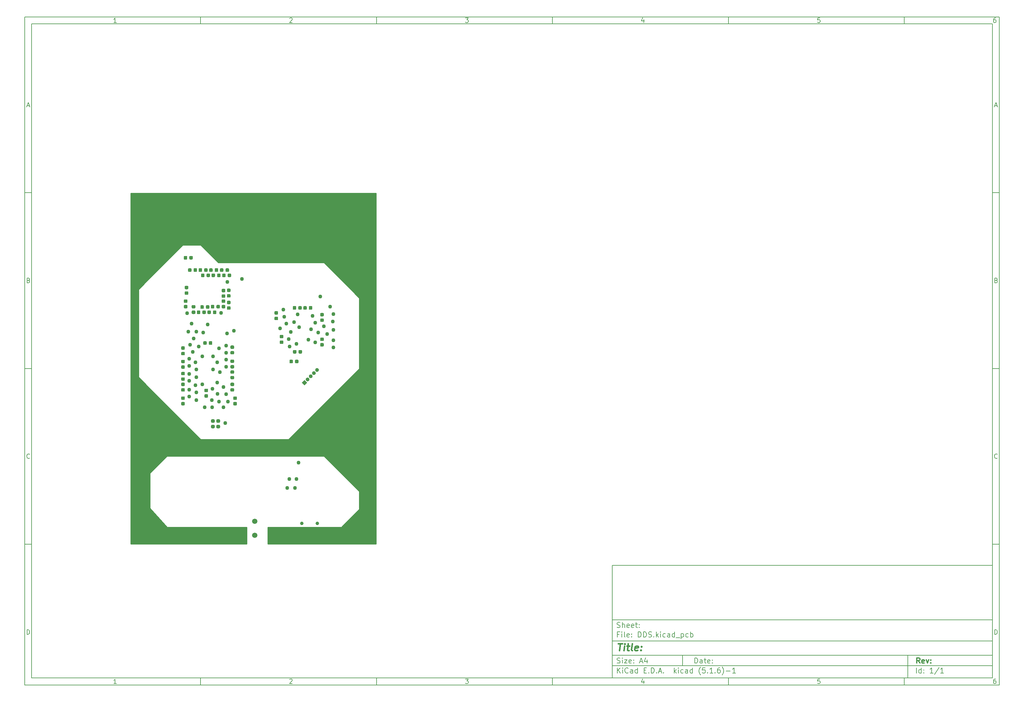
<source format=gbr>
%TF.GenerationSoftware,KiCad,Pcbnew,(5.1.6)-1*%
%TF.CreationDate,2020-10-26T13:42:29-06:00*%
%TF.ProjectId,DDS,4444532e-6b69-4636-9164-5f7063625858,rev?*%
%TF.SameCoordinates,Original*%
%TF.FileFunction,Soldermask,Bot*%
%TF.FilePolarity,Negative*%
%FSLAX46Y46*%
G04 Gerber Fmt 4.6, Leading zero omitted, Abs format (unit mm)*
G04 Created by KiCad (PCBNEW (5.1.6)-1) date 2020-10-26 13:42:29*
%MOMM*%
%LPD*%
G01*
G04 APERTURE LIST*
%ADD10C,0.100000*%
%ADD11C,0.150000*%
%ADD12C,0.300000*%
%ADD13C,0.400000*%
%ADD14C,3.300000*%
%ADD15R,1.450000X4.300000*%
%ADD16C,1.100000*%
%ADD17C,1.500000*%
%ADD18C,1.000000*%
%ADD19C,0.254000*%
G04 APERTURE END LIST*
D10*
D11*
X177002200Y-166007200D02*
X177002200Y-198007200D01*
X285002200Y-198007200D01*
X285002200Y-166007200D01*
X177002200Y-166007200D01*
D10*
D11*
X10000000Y-10000000D02*
X10000000Y-200007200D01*
X287002200Y-200007200D01*
X287002200Y-10000000D01*
X10000000Y-10000000D01*
D10*
D11*
X12000000Y-12000000D02*
X12000000Y-198007200D01*
X285002200Y-198007200D01*
X285002200Y-12000000D01*
X12000000Y-12000000D01*
D10*
D11*
X60000000Y-12000000D02*
X60000000Y-10000000D01*
D10*
D11*
X110000000Y-12000000D02*
X110000000Y-10000000D01*
D10*
D11*
X160000000Y-12000000D02*
X160000000Y-10000000D01*
D10*
D11*
X210000000Y-12000000D02*
X210000000Y-10000000D01*
D10*
D11*
X260000000Y-12000000D02*
X260000000Y-10000000D01*
D10*
D11*
X36065476Y-11588095D02*
X35322619Y-11588095D01*
X35694047Y-11588095D02*
X35694047Y-10288095D01*
X35570238Y-10473809D01*
X35446428Y-10597619D01*
X35322619Y-10659523D01*
D10*
D11*
X85322619Y-10411904D02*
X85384523Y-10350000D01*
X85508333Y-10288095D01*
X85817857Y-10288095D01*
X85941666Y-10350000D01*
X86003571Y-10411904D01*
X86065476Y-10535714D01*
X86065476Y-10659523D01*
X86003571Y-10845238D01*
X85260714Y-11588095D01*
X86065476Y-11588095D01*
D10*
D11*
X135260714Y-10288095D02*
X136065476Y-10288095D01*
X135632142Y-10783333D01*
X135817857Y-10783333D01*
X135941666Y-10845238D01*
X136003571Y-10907142D01*
X136065476Y-11030952D01*
X136065476Y-11340476D01*
X136003571Y-11464285D01*
X135941666Y-11526190D01*
X135817857Y-11588095D01*
X135446428Y-11588095D01*
X135322619Y-11526190D01*
X135260714Y-11464285D01*
D10*
D11*
X185941666Y-10721428D02*
X185941666Y-11588095D01*
X185632142Y-10226190D02*
X185322619Y-11154761D01*
X186127380Y-11154761D01*
D10*
D11*
X236003571Y-10288095D02*
X235384523Y-10288095D01*
X235322619Y-10907142D01*
X235384523Y-10845238D01*
X235508333Y-10783333D01*
X235817857Y-10783333D01*
X235941666Y-10845238D01*
X236003571Y-10907142D01*
X236065476Y-11030952D01*
X236065476Y-11340476D01*
X236003571Y-11464285D01*
X235941666Y-11526190D01*
X235817857Y-11588095D01*
X235508333Y-11588095D01*
X235384523Y-11526190D01*
X235322619Y-11464285D01*
D10*
D11*
X285941666Y-10288095D02*
X285694047Y-10288095D01*
X285570238Y-10350000D01*
X285508333Y-10411904D01*
X285384523Y-10597619D01*
X285322619Y-10845238D01*
X285322619Y-11340476D01*
X285384523Y-11464285D01*
X285446428Y-11526190D01*
X285570238Y-11588095D01*
X285817857Y-11588095D01*
X285941666Y-11526190D01*
X286003571Y-11464285D01*
X286065476Y-11340476D01*
X286065476Y-11030952D01*
X286003571Y-10907142D01*
X285941666Y-10845238D01*
X285817857Y-10783333D01*
X285570238Y-10783333D01*
X285446428Y-10845238D01*
X285384523Y-10907142D01*
X285322619Y-11030952D01*
D10*
D11*
X60000000Y-198007200D02*
X60000000Y-200007200D01*
D10*
D11*
X110000000Y-198007200D02*
X110000000Y-200007200D01*
D10*
D11*
X160000000Y-198007200D02*
X160000000Y-200007200D01*
D10*
D11*
X210000000Y-198007200D02*
X210000000Y-200007200D01*
D10*
D11*
X260000000Y-198007200D02*
X260000000Y-200007200D01*
D10*
D11*
X36065476Y-199595295D02*
X35322619Y-199595295D01*
X35694047Y-199595295D02*
X35694047Y-198295295D01*
X35570238Y-198481009D01*
X35446428Y-198604819D01*
X35322619Y-198666723D01*
D10*
D11*
X85322619Y-198419104D02*
X85384523Y-198357200D01*
X85508333Y-198295295D01*
X85817857Y-198295295D01*
X85941666Y-198357200D01*
X86003571Y-198419104D01*
X86065476Y-198542914D01*
X86065476Y-198666723D01*
X86003571Y-198852438D01*
X85260714Y-199595295D01*
X86065476Y-199595295D01*
D10*
D11*
X135260714Y-198295295D02*
X136065476Y-198295295D01*
X135632142Y-198790533D01*
X135817857Y-198790533D01*
X135941666Y-198852438D01*
X136003571Y-198914342D01*
X136065476Y-199038152D01*
X136065476Y-199347676D01*
X136003571Y-199471485D01*
X135941666Y-199533390D01*
X135817857Y-199595295D01*
X135446428Y-199595295D01*
X135322619Y-199533390D01*
X135260714Y-199471485D01*
D10*
D11*
X185941666Y-198728628D02*
X185941666Y-199595295D01*
X185632142Y-198233390D02*
X185322619Y-199161961D01*
X186127380Y-199161961D01*
D10*
D11*
X236003571Y-198295295D02*
X235384523Y-198295295D01*
X235322619Y-198914342D01*
X235384523Y-198852438D01*
X235508333Y-198790533D01*
X235817857Y-198790533D01*
X235941666Y-198852438D01*
X236003571Y-198914342D01*
X236065476Y-199038152D01*
X236065476Y-199347676D01*
X236003571Y-199471485D01*
X235941666Y-199533390D01*
X235817857Y-199595295D01*
X235508333Y-199595295D01*
X235384523Y-199533390D01*
X235322619Y-199471485D01*
D10*
D11*
X285941666Y-198295295D02*
X285694047Y-198295295D01*
X285570238Y-198357200D01*
X285508333Y-198419104D01*
X285384523Y-198604819D01*
X285322619Y-198852438D01*
X285322619Y-199347676D01*
X285384523Y-199471485D01*
X285446428Y-199533390D01*
X285570238Y-199595295D01*
X285817857Y-199595295D01*
X285941666Y-199533390D01*
X286003571Y-199471485D01*
X286065476Y-199347676D01*
X286065476Y-199038152D01*
X286003571Y-198914342D01*
X285941666Y-198852438D01*
X285817857Y-198790533D01*
X285570238Y-198790533D01*
X285446428Y-198852438D01*
X285384523Y-198914342D01*
X285322619Y-199038152D01*
D10*
D11*
X10000000Y-60000000D02*
X12000000Y-60000000D01*
D10*
D11*
X10000000Y-110000000D02*
X12000000Y-110000000D01*
D10*
D11*
X10000000Y-160000000D02*
X12000000Y-160000000D01*
D10*
D11*
X10690476Y-35216666D02*
X11309523Y-35216666D01*
X10566666Y-35588095D02*
X11000000Y-34288095D01*
X11433333Y-35588095D01*
D10*
D11*
X11092857Y-84907142D02*
X11278571Y-84969047D01*
X11340476Y-85030952D01*
X11402380Y-85154761D01*
X11402380Y-85340476D01*
X11340476Y-85464285D01*
X11278571Y-85526190D01*
X11154761Y-85588095D01*
X10659523Y-85588095D01*
X10659523Y-84288095D01*
X11092857Y-84288095D01*
X11216666Y-84350000D01*
X11278571Y-84411904D01*
X11340476Y-84535714D01*
X11340476Y-84659523D01*
X11278571Y-84783333D01*
X11216666Y-84845238D01*
X11092857Y-84907142D01*
X10659523Y-84907142D01*
D10*
D11*
X11402380Y-135464285D02*
X11340476Y-135526190D01*
X11154761Y-135588095D01*
X11030952Y-135588095D01*
X10845238Y-135526190D01*
X10721428Y-135402380D01*
X10659523Y-135278571D01*
X10597619Y-135030952D01*
X10597619Y-134845238D01*
X10659523Y-134597619D01*
X10721428Y-134473809D01*
X10845238Y-134350000D01*
X11030952Y-134288095D01*
X11154761Y-134288095D01*
X11340476Y-134350000D01*
X11402380Y-134411904D01*
D10*
D11*
X10659523Y-185588095D02*
X10659523Y-184288095D01*
X10969047Y-184288095D01*
X11154761Y-184350000D01*
X11278571Y-184473809D01*
X11340476Y-184597619D01*
X11402380Y-184845238D01*
X11402380Y-185030952D01*
X11340476Y-185278571D01*
X11278571Y-185402380D01*
X11154761Y-185526190D01*
X10969047Y-185588095D01*
X10659523Y-185588095D01*
D10*
D11*
X287002200Y-60000000D02*
X285002200Y-60000000D01*
D10*
D11*
X287002200Y-110000000D02*
X285002200Y-110000000D01*
D10*
D11*
X287002200Y-160000000D02*
X285002200Y-160000000D01*
D10*
D11*
X285692676Y-35216666D02*
X286311723Y-35216666D01*
X285568866Y-35588095D02*
X286002200Y-34288095D01*
X286435533Y-35588095D01*
D10*
D11*
X286095057Y-84907142D02*
X286280771Y-84969047D01*
X286342676Y-85030952D01*
X286404580Y-85154761D01*
X286404580Y-85340476D01*
X286342676Y-85464285D01*
X286280771Y-85526190D01*
X286156961Y-85588095D01*
X285661723Y-85588095D01*
X285661723Y-84288095D01*
X286095057Y-84288095D01*
X286218866Y-84350000D01*
X286280771Y-84411904D01*
X286342676Y-84535714D01*
X286342676Y-84659523D01*
X286280771Y-84783333D01*
X286218866Y-84845238D01*
X286095057Y-84907142D01*
X285661723Y-84907142D01*
D10*
D11*
X286404580Y-135464285D02*
X286342676Y-135526190D01*
X286156961Y-135588095D01*
X286033152Y-135588095D01*
X285847438Y-135526190D01*
X285723628Y-135402380D01*
X285661723Y-135278571D01*
X285599819Y-135030952D01*
X285599819Y-134845238D01*
X285661723Y-134597619D01*
X285723628Y-134473809D01*
X285847438Y-134350000D01*
X286033152Y-134288095D01*
X286156961Y-134288095D01*
X286342676Y-134350000D01*
X286404580Y-134411904D01*
D10*
D11*
X285661723Y-185588095D02*
X285661723Y-184288095D01*
X285971247Y-184288095D01*
X286156961Y-184350000D01*
X286280771Y-184473809D01*
X286342676Y-184597619D01*
X286404580Y-184845238D01*
X286404580Y-185030952D01*
X286342676Y-185278571D01*
X286280771Y-185402380D01*
X286156961Y-185526190D01*
X285971247Y-185588095D01*
X285661723Y-185588095D01*
D10*
D11*
X200434342Y-193785771D02*
X200434342Y-192285771D01*
X200791485Y-192285771D01*
X201005771Y-192357200D01*
X201148628Y-192500057D01*
X201220057Y-192642914D01*
X201291485Y-192928628D01*
X201291485Y-193142914D01*
X201220057Y-193428628D01*
X201148628Y-193571485D01*
X201005771Y-193714342D01*
X200791485Y-193785771D01*
X200434342Y-193785771D01*
X202577200Y-193785771D02*
X202577200Y-193000057D01*
X202505771Y-192857200D01*
X202362914Y-192785771D01*
X202077200Y-192785771D01*
X201934342Y-192857200D01*
X202577200Y-193714342D02*
X202434342Y-193785771D01*
X202077200Y-193785771D01*
X201934342Y-193714342D01*
X201862914Y-193571485D01*
X201862914Y-193428628D01*
X201934342Y-193285771D01*
X202077200Y-193214342D01*
X202434342Y-193214342D01*
X202577200Y-193142914D01*
X203077200Y-192785771D02*
X203648628Y-192785771D01*
X203291485Y-192285771D02*
X203291485Y-193571485D01*
X203362914Y-193714342D01*
X203505771Y-193785771D01*
X203648628Y-193785771D01*
X204720057Y-193714342D02*
X204577200Y-193785771D01*
X204291485Y-193785771D01*
X204148628Y-193714342D01*
X204077200Y-193571485D01*
X204077200Y-193000057D01*
X204148628Y-192857200D01*
X204291485Y-192785771D01*
X204577200Y-192785771D01*
X204720057Y-192857200D01*
X204791485Y-193000057D01*
X204791485Y-193142914D01*
X204077200Y-193285771D01*
X205434342Y-193642914D02*
X205505771Y-193714342D01*
X205434342Y-193785771D01*
X205362914Y-193714342D01*
X205434342Y-193642914D01*
X205434342Y-193785771D01*
X205434342Y-192857200D02*
X205505771Y-192928628D01*
X205434342Y-193000057D01*
X205362914Y-192928628D01*
X205434342Y-192857200D01*
X205434342Y-193000057D01*
D10*
D11*
X177002200Y-194507200D02*
X285002200Y-194507200D01*
D10*
D11*
X178434342Y-196585771D02*
X178434342Y-195085771D01*
X179291485Y-196585771D02*
X178648628Y-195728628D01*
X179291485Y-195085771D02*
X178434342Y-195942914D01*
X179934342Y-196585771D02*
X179934342Y-195585771D01*
X179934342Y-195085771D02*
X179862914Y-195157200D01*
X179934342Y-195228628D01*
X180005771Y-195157200D01*
X179934342Y-195085771D01*
X179934342Y-195228628D01*
X181505771Y-196442914D02*
X181434342Y-196514342D01*
X181220057Y-196585771D01*
X181077200Y-196585771D01*
X180862914Y-196514342D01*
X180720057Y-196371485D01*
X180648628Y-196228628D01*
X180577200Y-195942914D01*
X180577200Y-195728628D01*
X180648628Y-195442914D01*
X180720057Y-195300057D01*
X180862914Y-195157200D01*
X181077200Y-195085771D01*
X181220057Y-195085771D01*
X181434342Y-195157200D01*
X181505771Y-195228628D01*
X182791485Y-196585771D02*
X182791485Y-195800057D01*
X182720057Y-195657200D01*
X182577200Y-195585771D01*
X182291485Y-195585771D01*
X182148628Y-195657200D01*
X182791485Y-196514342D02*
X182648628Y-196585771D01*
X182291485Y-196585771D01*
X182148628Y-196514342D01*
X182077200Y-196371485D01*
X182077200Y-196228628D01*
X182148628Y-196085771D01*
X182291485Y-196014342D01*
X182648628Y-196014342D01*
X182791485Y-195942914D01*
X184148628Y-196585771D02*
X184148628Y-195085771D01*
X184148628Y-196514342D02*
X184005771Y-196585771D01*
X183720057Y-196585771D01*
X183577200Y-196514342D01*
X183505771Y-196442914D01*
X183434342Y-196300057D01*
X183434342Y-195871485D01*
X183505771Y-195728628D01*
X183577200Y-195657200D01*
X183720057Y-195585771D01*
X184005771Y-195585771D01*
X184148628Y-195657200D01*
X186005771Y-195800057D02*
X186505771Y-195800057D01*
X186720057Y-196585771D02*
X186005771Y-196585771D01*
X186005771Y-195085771D01*
X186720057Y-195085771D01*
X187362914Y-196442914D02*
X187434342Y-196514342D01*
X187362914Y-196585771D01*
X187291485Y-196514342D01*
X187362914Y-196442914D01*
X187362914Y-196585771D01*
X188077200Y-196585771D02*
X188077200Y-195085771D01*
X188434342Y-195085771D01*
X188648628Y-195157200D01*
X188791485Y-195300057D01*
X188862914Y-195442914D01*
X188934342Y-195728628D01*
X188934342Y-195942914D01*
X188862914Y-196228628D01*
X188791485Y-196371485D01*
X188648628Y-196514342D01*
X188434342Y-196585771D01*
X188077200Y-196585771D01*
X189577200Y-196442914D02*
X189648628Y-196514342D01*
X189577200Y-196585771D01*
X189505771Y-196514342D01*
X189577200Y-196442914D01*
X189577200Y-196585771D01*
X190220057Y-196157200D02*
X190934342Y-196157200D01*
X190077200Y-196585771D02*
X190577200Y-195085771D01*
X191077200Y-196585771D01*
X191577200Y-196442914D02*
X191648628Y-196514342D01*
X191577200Y-196585771D01*
X191505771Y-196514342D01*
X191577200Y-196442914D01*
X191577200Y-196585771D01*
X194577200Y-196585771D02*
X194577200Y-195085771D01*
X194720057Y-196014342D02*
X195148628Y-196585771D01*
X195148628Y-195585771D02*
X194577200Y-196157200D01*
X195791485Y-196585771D02*
X195791485Y-195585771D01*
X195791485Y-195085771D02*
X195720057Y-195157200D01*
X195791485Y-195228628D01*
X195862914Y-195157200D01*
X195791485Y-195085771D01*
X195791485Y-195228628D01*
X197148628Y-196514342D02*
X197005771Y-196585771D01*
X196720057Y-196585771D01*
X196577200Y-196514342D01*
X196505771Y-196442914D01*
X196434342Y-196300057D01*
X196434342Y-195871485D01*
X196505771Y-195728628D01*
X196577200Y-195657200D01*
X196720057Y-195585771D01*
X197005771Y-195585771D01*
X197148628Y-195657200D01*
X198434342Y-196585771D02*
X198434342Y-195800057D01*
X198362914Y-195657200D01*
X198220057Y-195585771D01*
X197934342Y-195585771D01*
X197791485Y-195657200D01*
X198434342Y-196514342D02*
X198291485Y-196585771D01*
X197934342Y-196585771D01*
X197791485Y-196514342D01*
X197720057Y-196371485D01*
X197720057Y-196228628D01*
X197791485Y-196085771D01*
X197934342Y-196014342D01*
X198291485Y-196014342D01*
X198434342Y-195942914D01*
X199791485Y-196585771D02*
X199791485Y-195085771D01*
X199791485Y-196514342D02*
X199648628Y-196585771D01*
X199362914Y-196585771D01*
X199220057Y-196514342D01*
X199148628Y-196442914D01*
X199077200Y-196300057D01*
X199077200Y-195871485D01*
X199148628Y-195728628D01*
X199220057Y-195657200D01*
X199362914Y-195585771D01*
X199648628Y-195585771D01*
X199791485Y-195657200D01*
X202077200Y-197157200D02*
X202005771Y-197085771D01*
X201862914Y-196871485D01*
X201791485Y-196728628D01*
X201720057Y-196514342D01*
X201648628Y-196157200D01*
X201648628Y-195871485D01*
X201720057Y-195514342D01*
X201791485Y-195300057D01*
X201862914Y-195157200D01*
X202005771Y-194942914D01*
X202077200Y-194871485D01*
X203362914Y-195085771D02*
X202648628Y-195085771D01*
X202577200Y-195800057D01*
X202648628Y-195728628D01*
X202791485Y-195657200D01*
X203148628Y-195657200D01*
X203291485Y-195728628D01*
X203362914Y-195800057D01*
X203434342Y-195942914D01*
X203434342Y-196300057D01*
X203362914Y-196442914D01*
X203291485Y-196514342D01*
X203148628Y-196585771D01*
X202791485Y-196585771D01*
X202648628Y-196514342D01*
X202577200Y-196442914D01*
X204077200Y-196442914D02*
X204148628Y-196514342D01*
X204077200Y-196585771D01*
X204005771Y-196514342D01*
X204077200Y-196442914D01*
X204077200Y-196585771D01*
X205577200Y-196585771D02*
X204720057Y-196585771D01*
X205148628Y-196585771D02*
X205148628Y-195085771D01*
X205005771Y-195300057D01*
X204862914Y-195442914D01*
X204720057Y-195514342D01*
X206220057Y-196442914D02*
X206291485Y-196514342D01*
X206220057Y-196585771D01*
X206148628Y-196514342D01*
X206220057Y-196442914D01*
X206220057Y-196585771D01*
X207577200Y-195085771D02*
X207291485Y-195085771D01*
X207148628Y-195157200D01*
X207077200Y-195228628D01*
X206934342Y-195442914D01*
X206862914Y-195728628D01*
X206862914Y-196300057D01*
X206934342Y-196442914D01*
X207005771Y-196514342D01*
X207148628Y-196585771D01*
X207434342Y-196585771D01*
X207577200Y-196514342D01*
X207648628Y-196442914D01*
X207720057Y-196300057D01*
X207720057Y-195942914D01*
X207648628Y-195800057D01*
X207577200Y-195728628D01*
X207434342Y-195657200D01*
X207148628Y-195657200D01*
X207005771Y-195728628D01*
X206934342Y-195800057D01*
X206862914Y-195942914D01*
X208220057Y-197157200D02*
X208291485Y-197085771D01*
X208434342Y-196871485D01*
X208505771Y-196728628D01*
X208577200Y-196514342D01*
X208648628Y-196157200D01*
X208648628Y-195871485D01*
X208577200Y-195514342D01*
X208505771Y-195300057D01*
X208434342Y-195157200D01*
X208291485Y-194942914D01*
X208220057Y-194871485D01*
X209362914Y-196014342D02*
X210505771Y-196014342D01*
X212005771Y-196585771D02*
X211148628Y-196585771D01*
X211577200Y-196585771D02*
X211577200Y-195085771D01*
X211434342Y-195300057D01*
X211291485Y-195442914D01*
X211148628Y-195514342D01*
D10*
D11*
X177002200Y-191507200D02*
X285002200Y-191507200D01*
D10*
D12*
X264411485Y-193785771D02*
X263911485Y-193071485D01*
X263554342Y-193785771D02*
X263554342Y-192285771D01*
X264125771Y-192285771D01*
X264268628Y-192357200D01*
X264340057Y-192428628D01*
X264411485Y-192571485D01*
X264411485Y-192785771D01*
X264340057Y-192928628D01*
X264268628Y-193000057D01*
X264125771Y-193071485D01*
X263554342Y-193071485D01*
X265625771Y-193714342D02*
X265482914Y-193785771D01*
X265197200Y-193785771D01*
X265054342Y-193714342D01*
X264982914Y-193571485D01*
X264982914Y-193000057D01*
X265054342Y-192857200D01*
X265197200Y-192785771D01*
X265482914Y-192785771D01*
X265625771Y-192857200D01*
X265697200Y-193000057D01*
X265697200Y-193142914D01*
X264982914Y-193285771D01*
X266197200Y-192785771D02*
X266554342Y-193785771D01*
X266911485Y-192785771D01*
X267482914Y-193642914D02*
X267554342Y-193714342D01*
X267482914Y-193785771D01*
X267411485Y-193714342D01*
X267482914Y-193642914D01*
X267482914Y-193785771D01*
X267482914Y-192857200D02*
X267554342Y-192928628D01*
X267482914Y-193000057D01*
X267411485Y-192928628D01*
X267482914Y-192857200D01*
X267482914Y-193000057D01*
D10*
D11*
X178362914Y-193714342D02*
X178577200Y-193785771D01*
X178934342Y-193785771D01*
X179077200Y-193714342D01*
X179148628Y-193642914D01*
X179220057Y-193500057D01*
X179220057Y-193357200D01*
X179148628Y-193214342D01*
X179077200Y-193142914D01*
X178934342Y-193071485D01*
X178648628Y-193000057D01*
X178505771Y-192928628D01*
X178434342Y-192857200D01*
X178362914Y-192714342D01*
X178362914Y-192571485D01*
X178434342Y-192428628D01*
X178505771Y-192357200D01*
X178648628Y-192285771D01*
X179005771Y-192285771D01*
X179220057Y-192357200D01*
X179862914Y-193785771D02*
X179862914Y-192785771D01*
X179862914Y-192285771D02*
X179791485Y-192357200D01*
X179862914Y-192428628D01*
X179934342Y-192357200D01*
X179862914Y-192285771D01*
X179862914Y-192428628D01*
X180434342Y-192785771D02*
X181220057Y-192785771D01*
X180434342Y-193785771D01*
X181220057Y-193785771D01*
X182362914Y-193714342D02*
X182220057Y-193785771D01*
X181934342Y-193785771D01*
X181791485Y-193714342D01*
X181720057Y-193571485D01*
X181720057Y-193000057D01*
X181791485Y-192857200D01*
X181934342Y-192785771D01*
X182220057Y-192785771D01*
X182362914Y-192857200D01*
X182434342Y-193000057D01*
X182434342Y-193142914D01*
X181720057Y-193285771D01*
X183077200Y-193642914D02*
X183148628Y-193714342D01*
X183077200Y-193785771D01*
X183005771Y-193714342D01*
X183077200Y-193642914D01*
X183077200Y-193785771D01*
X183077200Y-192857200D02*
X183148628Y-192928628D01*
X183077200Y-193000057D01*
X183005771Y-192928628D01*
X183077200Y-192857200D01*
X183077200Y-193000057D01*
X184862914Y-193357200D02*
X185577200Y-193357200D01*
X184720057Y-193785771D02*
X185220057Y-192285771D01*
X185720057Y-193785771D01*
X186862914Y-192785771D02*
X186862914Y-193785771D01*
X186505771Y-192214342D02*
X186148628Y-193285771D01*
X187077200Y-193285771D01*
D10*
D11*
X263434342Y-196585771D02*
X263434342Y-195085771D01*
X264791485Y-196585771D02*
X264791485Y-195085771D01*
X264791485Y-196514342D02*
X264648628Y-196585771D01*
X264362914Y-196585771D01*
X264220057Y-196514342D01*
X264148628Y-196442914D01*
X264077200Y-196300057D01*
X264077200Y-195871485D01*
X264148628Y-195728628D01*
X264220057Y-195657200D01*
X264362914Y-195585771D01*
X264648628Y-195585771D01*
X264791485Y-195657200D01*
X265505771Y-196442914D02*
X265577200Y-196514342D01*
X265505771Y-196585771D01*
X265434342Y-196514342D01*
X265505771Y-196442914D01*
X265505771Y-196585771D01*
X265505771Y-195657200D02*
X265577200Y-195728628D01*
X265505771Y-195800057D01*
X265434342Y-195728628D01*
X265505771Y-195657200D01*
X265505771Y-195800057D01*
X268148628Y-196585771D02*
X267291485Y-196585771D01*
X267720057Y-196585771D02*
X267720057Y-195085771D01*
X267577200Y-195300057D01*
X267434342Y-195442914D01*
X267291485Y-195514342D01*
X269862914Y-195014342D02*
X268577200Y-196942914D01*
X271148628Y-196585771D02*
X270291485Y-196585771D01*
X270720057Y-196585771D02*
X270720057Y-195085771D01*
X270577200Y-195300057D01*
X270434342Y-195442914D01*
X270291485Y-195514342D01*
D10*
D11*
X177002200Y-187507200D02*
X285002200Y-187507200D01*
D10*
D13*
X178714580Y-188211961D02*
X179857438Y-188211961D01*
X179036009Y-190211961D02*
X179286009Y-188211961D01*
X180274104Y-190211961D02*
X180440771Y-188878628D01*
X180524104Y-188211961D02*
X180416961Y-188307200D01*
X180500295Y-188402438D01*
X180607438Y-188307200D01*
X180524104Y-188211961D01*
X180500295Y-188402438D01*
X181107438Y-188878628D02*
X181869342Y-188878628D01*
X181476485Y-188211961D02*
X181262200Y-189926247D01*
X181333628Y-190116723D01*
X181512200Y-190211961D01*
X181702676Y-190211961D01*
X182655057Y-190211961D02*
X182476485Y-190116723D01*
X182405057Y-189926247D01*
X182619342Y-188211961D01*
X184190771Y-190116723D02*
X183988390Y-190211961D01*
X183607438Y-190211961D01*
X183428866Y-190116723D01*
X183357438Y-189926247D01*
X183452676Y-189164342D01*
X183571723Y-188973866D01*
X183774104Y-188878628D01*
X184155057Y-188878628D01*
X184333628Y-188973866D01*
X184405057Y-189164342D01*
X184381247Y-189354819D01*
X183405057Y-189545295D01*
X185155057Y-190021485D02*
X185238390Y-190116723D01*
X185131247Y-190211961D01*
X185047914Y-190116723D01*
X185155057Y-190021485D01*
X185131247Y-190211961D01*
X185286009Y-188973866D02*
X185369342Y-189069104D01*
X185262200Y-189164342D01*
X185178866Y-189069104D01*
X185286009Y-188973866D01*
X185262200Y-189164342D01*
D10*
D11*
X178934342Y-185600057D02*
X178434342Y-185600057D01*
X178434342Y-186385771D02*
X178434342Y-184885771D01*
X179148628Y-184885771D01*
X179720057Y-186385771D02*
X179720057Y-185385771D01*
X179720057Y-184885771D02*
X179648628Y-184957200D01*
X179720057Y-185028628D01*
X179791485Y-184957200D01*
X179720057Y-184885771D01*
X179720057Y-185028628D01*
X180648628Y-186385771D02*
X180505771Y-186314342D01*
X180434342Y-186171485D01*
X180434342Y-184885771D01*
X181791485Y-186314342D02*
X181648628Y-186385771D01*
X181362914Y-186385771D01*
X181220057Y-186314342D01*
X181148628Y-186171485D01*
X181148628Y-185600057D01*
X181220057Y-185457200D01*
X181362914Y-185385771D01*
X181648628Y-185385771D01*
X181791485Y-185457200D01*
X181862914Y-185600057D01*
X181862914Y-185742914D01*
X181148628Y-185885771D01*
X182505771Y-186242914D02*
X182577200Y-186314342D01*
X182505771Y-186385771D01*
X182434342Y-186314342D01*
X182505771Y-186242914D01*
X182505771Y-186385771D01*
X182505771Y-185457200D02*
X182577200Y-185528628D01*
X182505771Y-185600057D01*
X182434342Y-185528628D01*
X182505771Y-185457200D01*
X182505771Y-185600057D01*
X184362914Y-186385771D02*
X184362914Y-184885771D01*
X184720057Y-184885771D01*
X184934342Y-184957200D01*
X185077200Y-185100057D01*
X185148628Y-185242914D01*
X185220057Y-185528628D01*
X185220057Y-185742914D01*
X185148628Y-186028628D01*
X185077200Y-186171485D01*
X184934342Y-186314342D01*
X184720057Y-186385771D01*
X184362914Y-186385771D01*
X185862914Y-186385771D02*
X185862914Y-184885771D01*
X186220057Y-184885771D01*
X186434342Y-184957200D01*
X186577200Y-185100057D01*
X186648628Y-185242914D01*
X186720057Y-185528628D01*
X186720057Y-185742914D01*
X186648628Y-186028628D01*
X186577200Y-186171485D01*
X186434342Y-186314342D01*
X186220057Y-186385771D01*
X185862914Y-186385771D01*
X187291485Y-186314342D02*
X187505771Y-186385771D01*
X187862914Y-186385771D01*
X188005771Y-186314342D01*
X188077200Y-186242914D01*
X188148628Y-186100057D01*
X188148628Y-185957200D01*
X188077200Y-185814342D01*
X188005771Y-185742914D01*
X187862914Y-185671485D01*
X187577200Y-185600057D01*
X187434342Y-185528628D01*
X187362914Y-185457200D01*
X187291485Y-185314342D01*
X187291485Y-185171485D01*
X187362914Y-185028628D01*
X187434342Y-184957200D01*
X187577200Y-184885771D01*
X187934342Y-184885771D01*
X188148628Y-184957200D01*
X188791485Y-186242914D02*
X188862914Y-186314342D01*
X188791485Y-186385771D01*
X188720057Y-186314342D01*
X188791485Y-186242914D01*
X188791485Y-186385771D01*
X189505771Y-186385771D02*
X189505771Y-184885771D01*
X189648628Y-185814342D02*
X190077200Y-186385771D01*
X190077200Y-185385771D02*
X189505771Y-185957200D01*
X190720057Y-186385771D02*
X190720057Y-185385771D01*
X190720057Y-184885771D02*
X190648628Y-184957200D01*
X190720057Y-185028628D01*
X190791485Y-184957200D01*
X190720057Y-184885771D01*
X190720057Y-185028628D01*
X192077200Y-186314342D02*
X191934342Y-186385771D01*
X191648628Y-186385771D01*
X191505771Y-186314342D01*
X191434342Y-186242914D01*
X191362914Y-186100057D01*
X191362914Y-185671485D01*
X191434342Y-185528628D01*
X191505771Y-185457200D01*
X191648628Y-185385771D01*
X191934342Y-185385771D01*
X192077200Y-185457200D01*
X193362914Y-186385771D02*
X193362914Y-185600057D01*
X193291485Y-185457200D01*
X193148628Y-185385771D01*
X192862914Y-185385771D01*
X192720057Y-185457200D01*
X193362914Y-186314342D02*
X193220057Y-186385771D01*
X192862914Y-186385771D01*
X192720057Y-186314342D01*
X192648628Y-186171485D01*
X192648628Y-186028628D01*
X192720057Y-185885771D01*
X192862914Y-185814342D01*
X193220057Y-185814342D01*
X193362914Y-185742914D01*
X194720057Y-186385771D02*
X194720057Y-184885771D01*
X194720057Y-186314342D02*
X194577200Y-186385771D01*
X194291485Y-186385771D01*
X194148628Y-186314342D01*
X194077200Y-186242914D01*
X194005771Y-186100057D01*
X194005771Y-185671485D01*
X194077200Y-185528628D01*
X194148628Y-185457200D01*
X194291485Y-185385771D01*
X194577200Y-185385771D01*
X194720057Y-185457200D01*
X195077200Y-186528628D02*
X196220057Y-186528628D01*
X196577200Y-185385771D02*
X196577200Y-186885771D01*
X196577200Y-185457200D02*
X196720057Y-185385771D01*
X197005771Y-185385771D01*
X197148628Y-185457200D01*
X197220057Y-185528628D01*
X197291485Y-185671485D01*
X197291485Y-186100057D01*
X197220057Y-186242914D01*
X197148628Y-186314342D01*
X197005771Y-186385771D01*
X196720057Y-186385771D01*
X196577200Y-186314342D01*
X198577200Y-186314342D02*
X198434342Y-186385771D01*
X198148628Y-186385771D01*
X198005771Y-186314342D01*
X197934342Y-186242914D01*
X197862914Y-186100057D01*
X197862914Y-185671485D01*
X197934342Y-185528628D01*
X198005771Y-185457200D01*
X198148628Y-185385771D01*
X198434342Y-185385771D01*
X198577200Y-185457200D01*
X199220057Y-186385771D02*
X199220057Y-184885771D01*
X199220057Y-185457200D02*
X199362914Y-185385771D01*
X199648628Y-185385771D01*
X199791485Y-185457200D01*
X199862914Y-185528628D01*
X199934342Y-185671485D01*
X199934342Y-186100057D01*
X199862914Y-186242914D01*
X199791485Y-186314342D01*
X199648628Y-186385771D01*
X199362914Y-186385771D01*
X199220057Y-186314342D01*
D10*
D11*
X177002200Y-181507200D02*
X285002200Y-181507200D01*
D10*
D11*
X178362914Y-183614342D02*
X178577200Y-183685771D01*
X178934342Y-183685771D01*
X179077200Y-183614342D01*
X179148628Y-183542914D01*
X179220057Y-183400057D01*
X179220057Y-183257200D01*
X179148628Y-183114342D01*
X179077200Y-183042914D01*
X178934342Y-182971485D01*
X178648628Y-182900057D01*
X178505771Y-182828628D01*
X178434342Y-182757200D01*
X178362914Y-182614342D01*
X178362914Y-182471485D01*
X178434342Y-182328628D01*
X178505771Y-182257200D01*
X178648628Y-182185771D01*
X179005771Y-182185771D01*
X179220057Y-182257200D01*
X179862914Y-183685771D02*
X179862914Y-182185771D01*
X180505771Y-183685771D02*
X180505771Y-182900057D01*
X180434342Y-182757200D01*
X180291485Y-182685771D01*
X180077200Y-182685771D01*
X179934342Y-182757200D01*
X179862914Y-182828628D01*
X181791485Y-183614342D02*
X181648628Y-183685771D01*
X181362914Y-183685771D01*
X181220057Y-183614342D01*
X181148628Y-183471485D01*
X181148628Y-182900057D01*
X181220057Y-182757200D01*
X181362914Y-182685771D01*
X181648628Y-182685771D01*
X181791485Y-182757200D01*
X181862914Y-182900057D01*
X181862914Y-183042914D01*
X181148628Y-183185771D01*
X183077200Y-183614342D02*
X182934342Y-183685771D01*
X182648628Y-183685771D01*
X182505771Y-183614342D01*
X182434342Y-183471485D01*
X182434342Y-182900057D01*
X182505771Y-182757200D01*
X182648628Y-182685771D01*
X182934342Y-182685771D01*
X183077200Y-182757200D01*
X183148628Y-182900057D01*
X183148628Y-183042914D01*
X182434342Y-183185771D01*
X183577200Y-182685771D02*
X184148628Y-182685771D01*
X183791485Y-182185771D02*
X183791485Y-183471485D01*
X183862914Y-183614342D01*
X184005771Y-183685771D01*
X184148628Y-183685771D01*
X184648628Y-183542914D02*
X184720057Y-183614342D01*
X184648628Y-183685771D01*
X184577200Y-183614342D01*
X184648628Y-183542914D01*
X184648628Y-183685771D01*
X184648628Y-182757200D02*
X184720057Y-182828628D01*
X184648628Y-182900057D01*
X184577200Y-182828628D01*
X184648628Y-182757200D01*
X184648628Y-182900057D01*
D10*
D11*
X197002200Y-191507200D02*
X197002200Y-194507200D01*
D10*
D11*
X261002200Y-191507200D02*
X261002200Y-198007200D01*
D14*
%TO.C,REF\u002A\u002A*%
X107000000Y-120000000D03*
%TD*%
%TO.C,REF\u002A\u002A*%
X43000000Y-120000000D03*
%TD*%
%TO.C,REF\u002A\u002A*%
X107000000Y-157000000D03*
%TD*%
%TO.C,REF\u002A\u002A*%
X43000000Y-157000000D03*
%TD*%
%TO.C,REF\u002A\u002A*%
X43000000Y-63000000D03*
%TD*%
%TO.C,REF\u002A\u002A*%
X107000000Y-63000000D03*
%TD*%
%TO.C,J1*%
G36*
G01*
X93481011Y-110796807D02*
X93481011Y-110796807D01*
G75*
G02*
X92703193Y-110796807I-388909J388909D01*
G01*
X92703193Y-110796807D01*
G75*
G02*
X92703193Y-110018989I388909J388909D01*
G01*
X92703193Y-110018989D01*
G75*
G02*
X93481011Y-110018989I388909J-388909D01*
G01*
X93481011Y-110018989D01*
G75*
G02*
X93481011Y-110796807I-388909J-388909D01*
G01*
G37*
G36*
G01*
X92582986Y-111694832D02*
X92582986Y-111694832D01*
G75*
G02*
X91805168Y-111694832I-388909J388909D01*
G01*
X91805168Y-111694832D01*
G75*
G02*
X91805168Y-110917014I388909J388909D01*
G01*
X91805168Y-110917014D01*
G75*
G02*
X92582986Y-110917014I388909J-388909D01*
G01*
X92582986Y-110917014D01*
G75*
G02*
X92582986Y-111694832I-388909J-388909D01*
G01*
G37*
G36*
G01*
X91684960Y-112592858D02*
X91684960Y-112592858D01*
G75*
G02*
X90907142Y-112592858I-388909J388909D01*
G01*
X90907142Y-112592858D01*
G75*
G02*
X90907142Y-111815040I388909J388909D01*
G01*
X90907142Y-111815040D01*
G75*
G02*
X91684960Y-111815040I388909J-388909D01*
G01*
X91684960Y-111815040D01*
G75*
G02*
X91684960Y-112592858I-388909J-388909D01*
G01*
G37*
G36*
G01*
X90786935Y-113490883D02*
X90786935Y-113490883D01*
G75*
G02*
X90009117Y-113490883I-388909J388909D01*
G01*
X90009117Y-113490883D01*
G75*
G02*
X90009117Y-112713065I388909J388909D01*
G01*
X90009117Y-112713065D01*
G75*
G02*
X90786935Y-112713065I388909J-388909D01*
G01*
X90786935Y-112713065D01*
G75*
G02*
X90786935Y-113490883I-388909J-388909D01*
G01*
G37*
D10*
G36*
X90277817Y-114000000D02*
G01*
X89500000Y-114777817D01*
X88722183Y-114000000D01*
X89500000Y-113222183D01*
X90277817Y-114000000D01*
G37*
%TD*%
D15*
%TO.C,J6*%
X96175000Y-62150000D03*
X101825000Y-62150000D03*
%TD*%
%TO.C,J5*%
X72175000Y-62150000D03*
X77825000Y-62150000D03*
%TD*%
%TO.C,J4*%
X48175000Y-62150000D03*
X53825000Y-62150000D03*
%TD*%
D16*
%TO.C,D31*%
X67250000Y-103500000D03*
%TD*%
%TO.C,D15*%
X58750000Y-119000000D03*
%TD*%
%TO.C,D30*%
X65250000Y-104250000D03*
%TD*%
%TO.C,D14*%
X56750000Y-118000000D03*
%TD*%
%TO.C,D29*%
X67250000Y-105500000D03*
%TD*%
%TO.C,D13*%
X58750000Y-116750000D03*
%TD*%
%TO.C,D28*%
X63500000Y-106500000D03*
%TD*%
%TO.C,D12*%
X56750000Y-116000000D03*
%TD*%
%TO.C,D27*%
X67250000Y-107500000D03*
%TD*%
%TO.C,D11*%
X58500000Y-114750000D03*
%TD*%
%TO.C,D26*%
X64750000Y-108250000D03*
%TD*%
%TO.C,D10*%
X56750000Y-113500000D03*
%TD*%
%TO.C,D25*%
X67250000Y-109500000D03*
%TD*%
%TO.C,D9*%
X58750000Y-112500000D03*
%TD*%
%TO.C,D24*%
X63500000Y-110250000D03*
%TD*%
%TO.C,D8*%
X56750000Y-111500000D03*
%TD*%
%TO.C,D23*%
X65500000Y-111000000D03*
%TD*%
%TO.C,D7*%
X58750000Y-110250000D03*
%TD*%
%TO.C,D22*%
X64750000Y-114000000D03*
%TD*%
%TO.C,D6*%
X56750000Y-109250000D03*
%TD*%
%TO.C,D21*%
X66500000Y-115250000D03*
%TD*%
%TO.C,D5*%
X58500000Y-108250000D03*
%TD*%
%TO.C,D20*%
X63400000Y-115800000D03*
%TD*%
%TO.C,D4*%
X56750000Y-107250000D03*
%TD*%
%TO.C,D19*%
X67250000Y-117250000D03*
%TD*%
%TO.C,D3*%
X60500000Y-106500000D03*
%TD*%
%TO.C,D18*%
X64800000Y-117200000D03*
%TD*%
%TO.C,D2*%
X57750000Y-105250000D03*
%TD*%
%TO.C,D17*%
X67800000Y-119400000D03*
%TD*%
%TO.C,D1*%
X59500000Y-103750000D03*
%TD*%
%TO.C,D16*%
X66500000Y-121000000D03*
%TD*%
%TO.C,D0*%
X57000000Y-103250000D03*
%TD*%
%TO.C,TP49*%
X63250000Y-121000000D03*
%TD*%
%TO.C,TP48*%
X61200000Y-121000000D03*
%TD*%
%TO.C,TP47*%
X63200000Y-119000000D03*
%TD*%
%TO.C,TP46*%
X65250000Y-119400000D03*
%TD*%
%TO.C,TP45*%
X71750000Y-84500000D03*
%TD*%
%TO.C,TP44*%
X65800000Y-94200000D03*
%TD*%
%TO.C,TP43*%
X97750000Y-104000000D03*
%TD*%
%TO.C,TP42*%
X92600000Y-102600000D03*
%TD*%
%TO.C,TP41*%
X97750000Y-102000000D03*
%TD*%
%TO.C,TP40*%
X90600000Y-101800000D03*
%TD*%
%TO.C,TP39*%
X96000000Y-100200000D03*
%TD*%
%TO.C,LSC*%
X93400000Y-99800000D03*
%TD*%
%TO.C,TP37*%
X91400000Y-98800000D03*
%TD*%
%TO.C,TP36*%
X87600000Y-94600000D03*
%TD*%
%TO.C,TP35*%
X95000000Y-98000000D03*
%TD*%
%TO.C,TP34*%
X92600000Y-97000000D03*
%TD*%
%TO.C,~CE*%
X67000000Y-125500000D03*
%TD*%
%TO.C,TP32*%
X97750000Y-94500000D03*
%TD*%
%TO.C,TP31*%
X91800000Y-95000000D03*
%TD*%
%TO.C,TP30*%
X97600000Y-96600000D03*
%TD*%
%TO.C,TP29*%
X96800000Y-92400000D03*
%TD*%
%TO.C,TP28*%
X94000000Y-89500000D03*
%TD*%
%TO.C,TP27*%
X83500000Y-93250000D03*
%TD*%
%TO.C,TP26*%
X56200000Y-94250000D03*
%TD*%
%TO.C,A16*%
X86600000Y-96800000D03*
%TD*%
%TO.C,A15*%
X82600000Y-98600000D03*
%TD*%
%TO.C,A14*%
X83750000Y-95250000D03*
%TD*%
%TO.C,A13*%
X84400000Y-97200000D03*
%TD*%
%TO.C,A12*%
X57400000Y-97200000D03*
%TD*%
%TO.C,A11*%
X62000000Y-97500000D03*
%TD*%
%TO.C,A10*%
X56500000Y-99500000D03*
%TD*%
%TO.C,A9*%
X58750000Y-99500000D03*
%TD*%
%TO.C,A8*%
X58000000Y-101500000D03*
%TD*%
%TO.C,A7*%
X60750000Y-99750000D03*
%TD*%
%TO.C,A6*%
X88000000Y-98200000D03*
%TD*%
%TO.C,A5*%
X69500000Y-99250000D03*
%TD*%
%TO.C,A4*%
X67500000Y-100000000D03*
%TD*%
%TO.C,A3*%
X85600000Y-99600000D03*
%TD*%
%TO.C,A2*%
X85000000Y-101600000D03*
%TD*%
%TO.C,A1*%
X85250000Y-103750000D03*
%TD*%
%TO.C,A0*%
X87250000Y-103000000D03*
%TD*%
%TO.C,HSC*%
X60500000Y-114500000D03*
%TD*%
%TO.C,TP7*%
X97750000Y-99000000D03*
%TD*%
%TO.C,CS_MEM*%
X87200000Y-141400000D03*
%TD*%
%TO.C,CS_DAC*%
X87800000Y-136800000D03*
%TD*%
%TO.C,MISO*%
X86800000Y-144000000D03*
%TD*%
%TO.C,MOSI*%
X85200000Y-141400000D03*
%TD*%
%TO.C,TP2*%
X67600000Y-85400000D03*
%TD*%
%TO.C,SCK*%
X84600000Y-144000000D03*
%TD*%
%TO.C,RBIAS1*%
G36*
G01*
X61700000Y-83781250D02*
X61700000Y-83218750D01*
G75*
G02*
X61943750Y-82975000I243750J0D01*
G01*
X62431250Y-82975000D01*
G75*
G02*
X62675000Y-83218750I0J-243750D01*
G01*
X62675000Y-83781250D01*
G75*
G02*
X62431250Y-84025000I-243750J0D01*
G01*
X61943750Y-84025000D01*
G75*
G02*
X61700000Y-83781250I0J243750D01*
G01*
G37*
G36*
G01*
X60125000Y-83781250D02*
X60125000Y-83218750D01*
G75*
G02*
X60368750Y-82975000I243750J0D01*
G01*
X60856250Y-82975000D01*
G75*
G02*
X61100000Y-83218750I0J-243750D01*
G01*
X61100000Y-83781250D01*
G75*
G02*
X60856250Y-84025000I-243750J0D01*
G01*
X60368750Y-84025000D01*
G75*
G02*
X60125000Y-83781250I0J243750D01*
G01*
G37*
%TD*%
%TO.C,R20*%
G36*
G01*
X63218750Y-126012500D02*
X63781250Y-126012500D01*
G75*
G02*
X64025000Y-126256250I0J-243750D01*
G01*
X64025000Y-126743750D01*
G75*
G02*
X63781250Y-126987500I-243750J0D01*
G01*
X63218750Y-126987500D01*
G75*
G02*
X62975000Y-126743750I0J243750D01*
G01*
X62975000Y-126256250D01*
G75*
G02*
X63218750Y-126012500I243750J0D01*
G01*
G37*
G36*
G01*
X63218750Y-124437500D02*
X63781250Y-124437500D01*
G75*
G02*
X64025000Y-124681250I0J-243750D01*
G01*
X64025000Y-125168750D01*
G75*
G02*
X63781250Y-125412500I-243750J0D01*
G01*
X63218750Y-125412500D01*
G75*
G02*
X62975000Y-125168750I0J243750D01*
G01*
X62975000Y-124681250D01*
G75*
G02*
X63218750Y-124437500I243750J0D01*
G01*
G37*
%TD*%
%TO.C,R19*%
G36*
G01*
X67712500Y-83781250D02*
X67712500Y-83218750D01*
G75*
G02*
X67956250Y-82975000I243750J0D01*
G01*
X68443750Y-82975000D01*
G75*
G02*
X68687500Y-83218750I0J-243750D01*
G01*
X68687500Y-83781250D01*
G75*
G02*
X68443750Y-84025000I-243750J0D01*
G01*
X67956250Y-84025000D01*
G75*
G02*
X67712500Y-83781250I0J243750D01*
G01*
G37*
G36*
G01*
X66137500Y-83781250D02*
X66137500Y-83218750D01*
G75*
G02*
X66381250Y-82975000I243750J0D01*
G01*
X66868750Y-82975000D01*
G75*
G02*
X67112500Y-83218750I0J-243750D01*
G01*
X67112500Y-83781250D01*
G75*
G02*
X66868750Y-84025000I-243750J0D01*
G01*
X66381250Y-84025000D01*
G75*
G02*
X66137500Y-83781250I0J243750D01*
G01*
G37*
%TD*%
%TO.C,R15*%
G36*
G01*
X64718750Y-126012500D02*
X65281250Y-126012500D01*
G75*
G02*
X65525000Y-126256250I0J-243750D01*
G01*
X65525000Y-126743750D01*
G75*
G02*
X65281250Y-126987500I-243750J0D01*
G01*
X64718750Y-126987500D01*
G75*
G02*
X64475000Y-126743750I0J243750D01*
G01*
X64475000Y-126256250D01*
G75*
G02*
X64718750Y-126012500I243750J0D01*
G01*
G37*
G36*
G01*
X64718750Y-124437500D02*
X65281250Y-124437500D01*
G75*
G02*
X65525000Y-124681250I0J-243750D01*
G01*
X65525000Y-125168750D01*
G75*
G02*
X65281250Y-125412500I-243750J0D01*
G01*
X64718750Y-125412500D01*
G75*
G02*
X64475000Y-125168750I0J243750D01*
G01*
X64475000Y-124681250D01*
G75*
G02*
X64718750Y-124437500I243750J0D01*
G01*
G37*
%TD*%
%TO.C,R14*%
G36*
G01*
X61318750Y-117312500D02*
X61881250Y-117312500D01*
G75*
G02*
X62125000Y-117556250I0J-243750D01*
G01*
X62125000Y-118043750D01*
G75*
G02*
X61881250Y-118287500I-243750J0D01*
G01*
X61318750Y-118287500D01*
G75*
G02*
X61075000Y-118043750I0J243750D01*
G01*
X61075000Y-117556250D01*
G75*
G02*
X61318750Y-117312500I243750J0D01*
G01*
G37*
G36*
G01*
X61318750Y-115737500D02*
X61881250Y-115737500D01*
G75*
G02*
X62125000Y-115981250I0J-243750D01*
G01*
X62125000Y-116468750D01*
G75*
G02*
X61881250Y-116712500I-243750J0D01*
G01*
X61318750Y-116712500D01*
G75*
G02*
X61075000Y-116468750I0J243750D01*
G01*
X61075000Y-115981250D01*
G75*
G02*
X61318750Y-115737500I243750J0D01*
G01*
G37*
%TD*%
%TO.C,R13*%
G36*
G01*
X66218750Y-91912500D02*
X66781250Y-91912500D01*
G75*
G02*
X67025000Y-92156250I0J-243750D01*
G01*
X67025000Y-92643750D01*
G75*
G02*
X66781250Y-92887500I-243750J0D01*
G01*
X66218750Y-92887500D01*
G75*
G02*
X65975000Y-92643750I0J243750D01*
G01*
X65975000Y-92156250D01*
G75*
G02*
X66218750Y-91912500I243750J0D01*
G01*
G37*
G36*
G01*
X66218750Y-90337500D02*
X66781250Y-90337500D01*
G75*
G02*
X67025000Y-90581250I0J-243750D01*
G01*
X67025000Y-91068750D01*
G75*
G02*
X66781250Y-91312500I-243750J0D01*
G01*
X66218750Y-91312500D01*
G75*
G02*
X65975000Y-91068750I0J243750D01*
G01*
X65975000Y-90581250D01*
G75*
G02*
X66218750Y-90337500I243750J0D01*
G01*
G37*
%TD*%
D17*
%TO.C,J3*%
X75400000Y-153450000D03*
X75400000Y-157450000D03*
%TD*%
D18*
%TO.C,J2*%
X93200000Y-154000000D03*
X88800000Y-154000000D03*
%TD*%
%TO.C,C49*%
G36*
G01*
X64087500Y-83218750D02*
X64087500Y-83781250D01*
G75*
G02*
X63843750Y-84025000I-243750J0D01*
G01*
X63356250Y-84025000D01*
G75*
G02*
X63112500Y-83781250I0J243750D01*
G01*
X63112500Y-83218750D01*
G75*
G02*
X63356250Y-82975000I243750J0D01*
G01*
X63843750Y-82975000D01*
G75*
G02*
X64087500Y-83218750I0J-243750D01*
G01*
G37*
G36*
G01*
X65662500Y-83218750D02*
X65662500Y-83781250D01*
G75*
G02*
X65418750Y-84025000I-243750J0D01*
G01*
X64931250Y-84025000D01*
G75*
G02*
X64687500Y-83781250I0J243750D01*
G01*
X64687500Y-83218750D01*
G75*
G02*
X64931250Y-82975000I243750J0D01*
G01*
X65418750Y-82975000D01*
G75*
G02*
X65662500Y-83218750I0J-243750D01*
G01*
G37*
%TD*%
%TO.C,C48*%
G36*
G01*
X61512500Y-92781250D02*
X61512500Y-92218750D01*
G75*
G02*
X61756250Y-91975000I243750J0D01*
G01*
X62243750Y-91975000D01*
G75*
G02*
X62487500Y-92218750I0J-243750D01*
G01*
X62487500Y-92781250D01*
G75*
G02*
X62243750Y-93025000I-243750J0D01*
G01*
X61756250Y-93025000D01*
G75*
G02*
X61512500Y-92781250I0J243750D01*
G01*
G37*
G36*
G01*
X59937500Y-92781250D02*
X59937500Y-92218750D01*
G75*
G02*
X60181250Y-91975000I243750J0D01*
G01*
X60668750Y-91975000D01*
G75*
G02*
X60912500Y-92218750I0J-243750D01*
G01*
X60912500Y-92781250D01*
G75*
G02*
X60668750Y-93025000I-243750J0D01*
G01*
X60181250Y-93025000D01*
G75*
G02*
X59937500Y-92781250I0J243750D01*
G01*
G37*
%TD*%
%TO.C,C47*%
G36*
G01*
X66218750Y-88912500D02*
X66781250Y-88912500D01*
G75*
G02*
X67025000Y-89156250I0J-243750D01*
G01*
X67025000Y-89643750D01*
G75*
G02*
X66781250Y-89887500I-243750J0D01*
G01*
X66218750Y-89887500D01*
G75*
G02*
X65975000Y-89643750I0J243750D01*
G01*
X65975000Y-89156250D01*
G75*
G02*
X66218750Y-88912500I243750J0D01*
G01*
G37*
G36*
G01*
X66218750Y-87337500D02*
X66781250Y-87337500D01*
G75*
G02*
X67025000Y-87581250I0J-243750D01*
G01*
X67025000Y-88068750D01*
G75*
G02*
X66781250Y-88312500I-243750J0D01*
G01*
X66218750Y-88312500D01*
G75*
G02*
X65975000Y-88068750I0J243750D01*
G01*
X65975000Y-87581250D01*
G75*
G02*
X66218750Y-87337500I243750J0D01*
G01*
G37*
%TD*%
%TO.C,C46*%
G36*
G01*
X64500000Y-92681250D02*
X64500000Y-92118750D01*
G75*
G02*
X64743750Y-91875000I243750J0D01*
G01*
X65231250Y-91875000D01*
G75*
G02*
X65475000Y-92118750I0J-243750D01*
G01*
X65475000Y-92681250D01*
G75*
G02*
X65231250Y-92925000I-243750J0D01*
G01*
X64743750Y-92925000D01*
G75*
G02*
X64500000Y-92681250I0J243750D01*
G01*
G37*
G36*
G01*
X62925000Y-92681250D02*
X62925000Y-92118750D01*
G75*
G02*
X63168750Y-91875000I243750J0D01*
G01*
X63656250Y-91875000D01*
G75*
G02*
X63900000Y-92118750I0J-243750D01*
G01*
X63900000Y-92681250D01*
G75*
G02*
X63656250Y-92925000I-243750J0D01*
G01*
X63168750Y-92925000D01*
G75*
G02*
X62925000Y-92681250I0J243750D01*
G01*
G37*
%TD*%
%TO.C,C45*%
G36*
G01*
X86237500Y-107718750D02*
X86237500Y-108281250D01*
G75*
G02*
X85993750Y-108525000I-243750J0D01*
G01*
X85506250Y-108525000D01*
G75*
G02*
X85262500Y-108281250I0J243750D01*
G01*
X85262500Y-107718750D01*
G75*
G02*
X85506250Y-107475000I243750J0D01*
G01*
X85993750Y-107475000D01*
G75*
G02*
X86237500Y-107718750I0J-243750D01*
G01*
G37*
G36*
G01*
X87812500Y-107718750D02*
X87812500Y-108281250D01*
G75*
G02*
X87568750Y-108525000I-243750J0D01*
G01*
X87081250Y-108525000D01*
G75*
G02*
X86837500Y-108281250I0J243750D01*
G01*
X86837500Y-107718750D01*
G75*
G02*
X87081250Y-107475000I243750J0D01*
G01*
X87568750Y-107475000D01*
G75*
G02*
X87812500Y-107718750I0J-243750D01*
G01*
G37*
%TD*%
%TO.C,C44*%
G36*
G01*
X82718750Y-102012500D02*
X83281250Y-102012500D01*
G75*
G02*
X83525000Y-102256250I0J-243750D01*
G01*
X83525000Y-102743750D01*
G75*
G02*
X83281250Y-102987500I-243750J0D01*
G01*
X82718750Y-102987500D01*
G75*
G02*
X82475000Y-102743750I0J243750D01*
G01*
X82475000Y-102256250D01*
G75*
G02*
X82718750Y-102012500I243750J0D01*
G01*
G37*
G36*
G01*
X82718750Y-100437500D02*
X83281250Y-100437500D01*
G75*
G02*
X83525000Y-100681250I0J-243750D01*
G01*
X83525000Y-101168750D01*
G75*
G02*
X83281250Y-101412500I-243750J0D01*
G01*
X82718750Y-101412500D01*
G75*
G02*
X82475000Y-101168750I0J243750D01*
G01*
X82475000Y-100681250D01*
G75*
G02*
X82718750Y-100437500I243750J0D01*
G01*
G37*
%TD*%
%TO.C,C43*%
G36*
G01*
X81218750Y-95262500D02*
X81781250Y-95262500D01*
G75*
G02*
X82025000Y-95506250I0J-243750D01*
G01*
X82025000Y-95993750D01*
G75*
G02*
X81781250Y-96237500I-243750J0D01*
G01*
X81218750Y-96237500D01*
G75*
G02*
X80975000Y-95993750I0J243750D01*
G01*
X80975000Y-95506250D01*
G75*
G02*
X81218750Y-95262500I243750J0D01*
G01*
G37*
G36*
G01*
X81218750Y-93687500D02*
X81781250Y-93687500D01*
G75*
G02*
X82025000Y-93931250I0J-243750D01*
G01*
X82025000Y-94418750D01*
G75*
G02*
X81781250Y-94662500I-243750J0D01*
G01*
X81218750Y-94662500D01*
G75*
G02*
X80975000Y-94418750I0J243750D01*
G01*
X80975000Y-93931250D01*
G75*
G02*
X81218750Y-93687500I243750J0D01*
G01*
G37*
%TD*%
%TO.C,C42*%
G36*
G01*
X90762500Y-93031250D02*
X90762500Y-92468750D01*
G75*
G02*
X91006250Y-92225000I243750J0D01*
G01*
X91493750Y-92225000D01*
G75*
G02*
X91737500Y-92468750I0J-243750D01*
G01*
X91737500Y-93031250D01*
G75*
G02*
X91493750Y-93275000I-243750J0D01*
G01*
X91006250Y-93275000D01*
G75*
G02*
X90762500Y-93031250I0J243750D01*
G01*
G37*
G36*
G01*
X89187500Y-93031250D02*
X89187500Y-92468750D01*
G75*
G02*
X89431250Y-92225000I243750J0D01*
G01*
X89918750Y-92225000D01*
G75*
G02*
X90162500Y-92468750I0J-243750D01*
G01*
X90162500Y-93031250D01*
G75*
G02*
X89918750Y-93275000I-243750J0D01*
G01*
X89431250Y-93275000D01*
G75*
G02*
X89187500Y-93031250I0J243750D01*
G01*
G37*
%TD*%
%TO.C,C41*%
G36*
G01*
X68281250Y-88237500D02*
X67718750Y-88237500D01*
G75*
G02*
X67475000Y-87993750I0J243750D01*
G01*
X67475000Y-87506250D01*
G75*
G02*
X67718750Y-87262500I243750J0D01*
G01*
X68281250Y-87262500D01*
G75*
G02*
X68525000Y-87506250I0J-243750D01*
G01*
X68525000Y-87993750D01*
G75*
G02*
X68281250Y-88237500I-243750J0D01*
G01*
G37*
G36*
G01*
X68281250Y-89812500D02*
X67718750Y-89812500D01*
G75*
G02*
X67475000Y-89568750I0J243750D01*
G01*
X67475000Y-89081250D01*
G75*
G02*
X67718750Y-88837500I243750J0D01*
G01*
X68281250Y-88837500D01*
G75*
G02*
X68525000Y-89081250I0J-243750D01*
G01*
X68525000Y-89568750D01*
G75*
G02*
X68281250Y-89812500I-243750J0D01*
G01*
G37*
%TD*%
%TO.C,C40*%
G36*
G01*
X94218750Y-95762500D02*
X94781250Y-95762500D01*
G75*
G02*
X95025000Y-96006250I0J-243750D01*
G01*
X95025000Y-96493750D01*
G75*
G02*
X94781250Y-96737500I-243750J0D01*
G01*
X94218750Y-96737500D01*
G75*
G02*
X93975000Y-96493750I0J243750D01*
G01*
X93975000Y-96006250D01*
G75*
G02*
X94218750Y-95762500I243750J0D01*
G01*
G37*
G36*
G01*
X94218750Y-94187500D02*
X94781250Y-94187500D01*
G75*
G02*
X95025000Y-94431250I0J-243750D01*
G01*
X95025000Y-94918750D01*
G75*
G02*
X94781250Y-95162500I-243750J0D01*
G01*
X94218750Y-95162500D01*
G75*
G02*
X93975000Y-94918750I0J243750D01*
G01*
X93975000Y-94431250D01*
G75*
G02*
X94218750Y-94187500I243750J0D01*
G01*
G37*
%TD*%
%TO.C,C38*%
G36*
G01*
X56031250Y-91312500D02*
X55468750Y-91312500D01*
G75*
G02*
X55225000Y-91068750I0J243750D01*
G01*
X55225000Y-90581250D01*
G75*
G02*
X55468750Y-90337500I243750J0D01*
G01*
X56031250Y-90337500D01*
G75*
G02*
X56275000Y-90581250I0J-243750D01*
G01*
X56275000Y-91068750D01*
G75*
G02*
X56031250Y-91312500I-243750J0D01*
G01*
G37*
G36*
G01*
X56031250Y-92887500D02*
X55468750Y-92887500D01*
G75*
G02*
X55225000Y-92643750I0J243750D01*
G01*
X55225000Y-92156250D01*
G75*
G02*
X55468750Y-91912500I243750J0D01*
G01*
X56031250Y-91912500D01*
G75*
G02*
X56275000Y-92156250I0J-243750D01*
G01*
X56275000Y-92643750D01*
G75*
G02*
X56031250Y-92887500I-243750J0D01*
G01*
G37*
%TD*%
%TO.C,C37*%
G36*
G01*
X94218750Y-102762500D02*
X94781250Y-102762500D01*
G75*
G02*
X95025000Y-103006250I0J-243750D01*
G01*
X95025000Y-103493750D01*
G75*
G02*
X94781250Y-103737500I-243750J0D01*
G01*
X94218750Y-103737500D01*
G75*
G02*
X93975000Y-103493750I0J243750D01*
G01*
X93975000Y-103006250D01*
G75*
G02*
X94218750Y-102762500I243750J0D01*
G01*
G37*
G36*
G01*
X94218750Y-101187500D02*
X94781250Y-101187500D01*
G75*
G02*
X95025000Y-101431250I0J-243750D01*
G01*
X95025000Y-101918750D01*
G75*
G02*
X94781250Y-102162500I-243750J0D01*
G01*
X94218750Y-102162500D01*
G75*
G02*
X93975000Y-101918750I0J243750D01*
G01*
X93975000Y-101431250D01*
G75*
G02*
X94218750Y-101187500I243750J0D01*
G01*
G37*
%TD*%
%TO.C,C34*%
G36*
G01*
X87762500Y-93031250D02*
X87762500Y-92468750D01*
G75*
G02*
X88006250Y-92225000I243750J0D01*
G01*
X88493750Y-92225000D01*
G75*
G02*
X88737500Y-92468750I0J-243750D01*
G01*
X88737500Y-93031250D01*
G75*
G02*
X88493750Y-93275000I-243750J0D01*
G01*
X88006250Y-93275000D01*
G75*
G02*
X87762500Y-93031250I0J243750D01*
G01*
G37*
G36*
G01*
X86187500Y-93031250D02*
X86187500Y-92468750D01*
G75*
G02*
X86431250Y-92225000I243750J0D01*
G01*
X86918750Y-92225000D01*
G75*
G02*
X87162500Y-92468750I0J-243750D01*
G01*
X87162500Y-93031250D01*
G75*
G02*
X86918750Y-93275000I-243750J0D01*
G01*
X86431250Y-93275000D01*
G75*
G02*
X86187500Y-93031250I0J243750D01*
G01*
G37*
%TD*%
%TO.C,C33*%
G36*
G01*
X56281250Y-87450000D02*
X55718750Y-87450000D01*
G75*
G02*
X55475000Y-87206250I0J243750D01*
G01*
X55475000Y-86718750D01*
G75*
G02*
X55718750Y-86475000I243750J0D01*
G01*
X56281250Y-86475000D01*
G75*
G02*
X56525000Y-86718750I0J-243750D01*
G01*
X56525000Y-87206250D01*
G75*
G02*
X56281250Y-87450000I-243750J0D01*
G01*
G37*
G36*
G01*
X56281250Y-89025000D02*
X55718750Y-89025000D01*
G75*
G02*
X55475000Y-88781250I0J243750D01*
G01*
X55475000Y-88293750D01*
G75*
G02*
X55718750Y-88050000I243750J0D01*
G01*
X56281250Y-88050000D01*
G75*
G02*
X56525000Y-88293750I0J-243750D01*
G01*
X56525000Y-88781250D01*
G75*
G02*
X56281250Y-89025000I-243750J0D01*
G01*
G37*
%TD*%
%TO.C,C31*%
G36*
G01*
X87837500Y-105531250D02*
X87837500Y-104968750D01*
G75*
G02*
X88081250Y-104725000I243750J0D01*
G01*
X88568750Y-104725000D01*
G75*
G02*
X88812500Y-104968750I0J-243750D01*
G01*
X88812500Y-105531250D01*
G75*
G02*
X88568750Y-105775000I-243750J0D01*
G01*
X88081250Y-105775000D01*
G75*
G02*
X87837500Y-105531250I0J243750D01*
G01*
G37*
G36*
G01*
X86262500Y-105531250D02*
X86262500Y-104968750D01*
G75*
G02*
X86506250Y-104725000I243750J0D01*
G01*
X86993750Y-104725000D01*
G75*
G02*
X87237500Y-104968750I0J-243750D01*
G01*
X87237500Y-105531250D01*
G75*
G02*
X86993750Y-105775000I-243750J0D01*
G01*
X86506250Y-105775000D01*
G75*
G02*
X86262500Y-105531250I0J243750D01*
G01*
G37*
%TD*%
%TO.C,C29*%
G36*
G01*
X57718750Y-93512500D02*
X58281250Y-93512500D01*
G75*
G02*
X58525000Y-93756250I0J-243750D01*
G01*
X58525000Y-94243750D01*
G75*
G02*
X58281250Y-94487500I-243750J0D01*
G01*
X57718750Y-94487500D01*
G75*
G02*
X57475000Y-94243750I0J243750D01*
G01*
X57475000Y-93756250D01*
G75*
G02*
X57718750Y-93512500I243750J0D01*
G01*
G37*
G36*
G01*
X57718750Y-91937500D02*
X58281250Y-91937500D01*
G75*
G02*
X58525000Y-92181250I0J-243750D01*
G01*
X58525000Y-92668750D01*
G75*
G02*
X58281250Y-92912500I-243750J0D01*
G01*
X57718750Y-92912500D01*
G75*
G02*
X57475000Y-92668750I0J243750D01*
G01*
X57475000Y-92181250D01*
G75*
G02*
X57718750Y-91937500I243750J0D01*
G01*
G37*
%TD*%
%TO.C,C28*%
G36*
G01*
X68718750Y-112087500D02*
X69281250Y-112087500D01*
G75*
G02*
X69525000Y-112331250I0J-243750D01*
G01*
X69525000Y-112818750D01*
G75*
G02*
X69281250Y-113062500I-243750J0D01*
G01*
X68718750Y-113062500D01*
G75*
G02*
X68475000Y-112818750I0J243750D01*
G01*
X68475000Y-112331250D01*
G75*
G02*
X68718750Y-112087500I243750J0D01*
G01*
G37*
G36*
G01*
X68718750Y-110512500D02*
X69281250Y-110512500D01*
G75*
G02*
X69525000Y-110756250I0J-243750D01*
G01*
X69525000Y-111243750D01*
G75*
G02*
X69281250Y-111487500I-243750J0D01*
G01*
X68718750Y-111487500D01*
G75*
G02*
X68475000Y-111243750I0J243750D01*
G01*
X68475000Y-110756250D01*
G75*
G02*
X68718750Y-110512500I243750J0D01*
G01*
G37*
%TD*%
%TO.C,C27*%
G36*
G01*
X55281250Y-111912500D02*
X54718750Y-111912500D01*
G75*
G02*
X54475000Y-111668750I0J243750D01*
G01*
X54475000Y-111181250D01*
G75*
G02*
X54718750Y-110937500I243750J0D01*
G01*
X55281250Y-110937500D01*
G75*
G02*
X55525000Y-111181250I0J-243750D01*
G01*
X55525000Y-111668750D01*
G75*
G02*
X55281250Y-111912500I-243750J0D01*
G01*
G37*
G36*
G01*
X55281250Y-113487500D02*
X54718750Y-113487500D01*
G75*
G02*
X54475000Y-113243750I0J243750D01*
G01*
X54475000Y-112756250D01*
G75*
G02*
X54718750Y-112512500I243750J0D01*
G01*
X55281250Y-112512500D01*
G75*
G02*
X55525000Y-112756250I0J-243750D01*
G01*
X55525000Y-113243750D01*
G75*
G02*
X55281250Y-113487500I-243750J0D01*
G01*
G37*
%TD*%
%TO.C,C25*%
G36*
G01*
X69518750Y-119512500D02*
X70081250Y-119512500D01*
G75*
G02*
X70325000Y-119756250I0J-243750D01*
G01*
X70325000Y-120243750D01*
G75*
G02*
X70081250Y-120487500I-243750J0D01*
G01*
X69518750Y-120487500D01*
G75*
G02*
X69275000Y-120243750I0J243750D01*
G01*
X69275000Y-119756250D01*
G75*
G02*
X69518750Y-119512500I243750J0D01*
G01*
G37*
G36*
G01*
X69518750Y-117937500D02*
X70081250Y-117937500D01*
G75*
G02*
X70325000Y-118181250I0J-243750D01*
G01*
X70325000Y-118668750D01*
G75*
G02*
X70081250Y-118912500I-243750J0D01*
G01*
X69518750Y-118912500D01*
G75*
G02*
X69275000Y-118668750I0J243750D01*
G01*
X69275000Y-118181250D01*
G75*
G02*
X69518750Y-117937500I243750J0D01*
G01*
G37*
%TD*%
%TO.C,C24*%
G36*
G01*
X56800000Y-78781250D02*
X56800000Y-78218750D01*
G75*
G02*
X57043750Y-77975000I243750J0D01*
G01*
X57531250Y-77975000D01*
G75*
G02*
X57775000Y-78218750I0J-243750D01*
G01*
X57775000Y-78781250D01*
G75*
G02*
X57531250Y-79025000I-243750J0D01*
G01*
X57043750Y-79025000D01*
G75*
G02*
X56800000Y-78781250I0J243750D01*
G01*
G37*
G36*
G01*
X55225000Y-78781250D02*
X55225000Y-78218750D01*
G75*
G02*
X55468750Y-77975000I243750J0D01*
G01*
X55956250Y-77975000D01*
G75*
G02*
X56200000Y-78218750I0J-243750D01*
G01*
X56200000Y-78781250D01*
G75*
G02*
X55956250Y-79025000I-243750J0D01*
G01*
X55468750Y-79025000D01*
G75*
G02*
X55225000Y-78781250I0J243750D01*
G01*
G37*
%TD*%
%TO.C,C23*%
G36*
G01*
X69281250Y-114987500D02*
X68718750Y-114987500D01*
G75*
G02*
X68475000Y-114743750I0J243750D01*
G01*
X68475000Y-114256250D01*
G75*
G02*
X68718750Y-114012500I243750J0D01*
G01*
X69281250Y-114012500D01*
G75*
G02*
X69525000Y-114256250I0J-243750D01*
G01*
X69525000Y-114743750D01*
G75*
G02*
X69281250Y-114987500I-243750J0D01*
G01*
G37*
G36*
G01*
X69281250Y-116562500D02*
X68718750Y-116562500D01*
G75*
G02*
X68475000Y-116318750I0J243750D01*
G01*
X68475000Y-115831250D01*
G75*
G02*
X68718750Y-115587500I243750J0D01*
G01*
X69281250Y-115587500D01*
G75*
G02*
X69525000Y-115831250I0J-243750D01*
G01*
X69525000Y-116318750D01*
G75*
G02*
X69281250Y-116562500I-243750J0D01*
G01*
G37*
%TD*%
%TO.C,C22*%
G36*
G01*
X58012500Y-82281250D02*
X58012500Y-81718750D01*
G75*
G02*
X58256250Y-81475000I243750J0D01*
G01*
X58743750Y-81475000D01*
G75*
G02*
X58987500Y-81718750I0J-243750D01*
G01*
X58987500Y-82281250D01*
G75*
G02*
X58743750Y-82525000I-243750J0D01*
G01*
X58256250Y-82525000D01*
G75*
G02*
X58012500Y-82281250I0J243750D01*
G01*
G37*
G36*
G01*
X56437500Y-82281250D02*
X56437500Y-81718750D01*
G75*
G02*
X56681250Y-81475000I243750J0D01*
G01*
X57168750Y-81475000D01*
G75*
G02*
X57412500Y-81718750I0J-243750D01*
G01*
X57412500Y-82281250D01*
G75*
G02*
X57168750Y-82525000I-243750J0D01*
G01*
X56681250Y-82525000D01*
G75*
G02*
X56437500Y-82281250I0J243750D01*
G01*
G37*
%TD*%
%TO.C,C21*%
G36*
G01*
X68718750Y-109012500D02*
X69281250Y-109012500D01*
G75*
G02*
X69525000Y-109256250I0J-243750D01*
G01*
X69525000Y-109743750D01*
G75*
G02*
X69281250Y-109987500I-243750J0D01*
G01*
X68718750Y-109987500D01*
G75*
G02*
X68475000Y-109743750I0J243750D01*
G01*
X68475000Y-109256250D01*
G75*
G02*
X68718750Y-109012500I243750J0D01*
G01*
G37*
G36*
G01*
X68718750Y-107437500D02*
X69281250Y-107437500D01*
G75*
G02*
X69525000Y-107681250I0J-243750D01*
G01*
X69525000Y-108168750D01*
G75*
G02*
X69281250Y-108412500I-243750J0D01*
G01*
X68718750Y-108412500D01*
G75*
G02*
X68475000Y-108168750I0J243750D01*
G01*
X68475000Y-107681250D01*
G75*
G02*
X68718750Y-107437500I243750J0D01*
G01*
G37*
%TD*%
%TO.C,C20*%
G36*
G01*
X61012500Y-82281250D02*
X61012500Y-81718750D01*
G75*
G02*
X61256250Y-81475000I243750J0D01*
G01*
X61743750Y-81475000D01*
G75*
G02*
X61987500Y-81718750I0J-243750D01*
G01*
X61987500Y-82281250D01*
G75*
G02*
X61743750Y-82525000I-243750J0D01*
G01*
X61256250Y-82525000D01*
G75*
G02*
X61012500Y-82281250I0J243750D01*
G01*
G37*
G36*
G01*
X59437500Y-82281250D02*
X59437500Y-81718750D01*
G75*
G02*
X59681250Y-81475000I243750J0D01*
G01*
X60168750Y-81475000D01*
G75*
G02*
X60412500Y-81718750I0J-243750D01*
G01*
X60412500Y-82281250D01*
G75*
G02*
X60168750Y-82525000I-243750J0D01*
G01*
X59681250Y-82525000D01*
G75*
G02*
X59437500Y-82281250I0J243750D01*
G01*
G37*
%TD*%
%TO.C,C19*%
G36*
G01*
X69281250Y-104412500D02*
X68718750Y-104412500D01*
G75*
G02*
X68475000Y-104168750I0J243750D01*
G01*
X68475000Y-103681250D01*
G75*
G02*
X68718750Y-103437500I243750J0D01*
G01*
X69281250Y-103437500D01*
G75*
G02*
X69525000Y-103681250I0J-243750D01*
G01*
X69525000Y-104168750D01*
G75*
G02*
X69281250Y-104412500I-243750J0D01*
G01*
G37*
G36*
G01*
X69281250Y-105987500D02*
X68718750Y-105987500D01*
G75*
G02*
X68475000Y-105743750I0J243750D01*
G01*
X68475000Y-105256250D01*
G75*
G02*
X68718750Y-105012500I243750J0D01*
G01*
X69281250Y-105012500D01*
G75*
G02*
X69525000Y-105256250I0J-243750D01*
G01*
X69525000Y-105743750D01*
G75*
G02*
X69281250Y-105987500I-243750J0D01*
G01*
G37*
%TD*%
%TO.C,C18*%
G36*
G01*
X64012500Y-82281250D02*
X64012500Y-81718750D01*
G75*
G02*
X64256250Y-81475000I243750J0D01*
G01*
X64743750Y-81475000D01*
G75*
G02*
X64987500Y-81718750I0J-243750D01*
G01*
X64987500Y-82281250D01*
G75*
G02*
X64743750Y-82525000I-243750J0D01*
G01*
X64256250Y-82525000D01*
G75*
G02*
X64012500Y-82281250I0J243750D01*
G01*
G37*
G36*
G01*
X62437500Y-82281250D02*
X62437500Y-81718750D01*
G75*
G02*
X62681250Y-81475000I243750J0D01*
G01*
X63168750Y-81475000D01*
G75*
G02*
X63412500Y-81718750I0J-243750D01*
G01*
X63412500Y-82281250D01*
G75*
G02*
X63168750Y-82525000I-243750J0D01*
G01*
X62681250Y-82525000D01*
G75*
G02*
X62437500Y-82281250I0J243750D01*
G01*
G37*
%TD*%
%TO.C,C17*%
G36*
G01*
X61737500Y-102468750D02*
X61737500Y-103031250D01*
G75*
G02*
X61493750Y-103275000I-243750J0D01*
G01*
X61006250Y-103275000D01*
G75*
G02*
X60762500Y-103031250I0J243750D01*
G01*
X60762500Y-102468750D01*
G75*
G02*
X61006250Y-102225000I243750J0D01*
G01*
X61493750Y-102225000D01*
G75*
G02*
X61737500Y-102468750I0J-243750D01*
G01*
G37*
G36*
G01*
X63312500Y-102468750D02*
X63312500Y-103031250D01*
G75*
G02*
X63068750Y-103275000I-243750J0D01*
G01*
X62581250Y-103275000D01*
G75*
G02*
X62337500Y-103031250I0J243750D01*
G01*
X62337500Y-102468750D01*
G75*
G02*
X62581250Y-102225000I243750J0D01*
G01*
X63068750Y-102225000D01*
G75*
G02*
X63312500Y-102468750I0J-243750D01*
G01*
G37*
%TD*%
%TO.C,C16*%
G36*
G01*
X67087500Y-82281250D02*
X67087500Y-81718750D01*
G75*
G02*
X67331250Y-81475000I243750J0D01*
G01*
X67818750Y-81475000D01*
G75*
G02*
X68062500Y-81718750I0J-243750D01*
G01*
X68062500Y-82281250D01*
G75*
G02*
X67818750Y-82525000I-243750J0D01*
G01*
X67331250Y-82525000D01*
G75*
G02*
X67087500Y-82281250I0J243750D01*
G01*
G37*
G36*
G01*
X65512500Y-82281250D02*
X65512500Y-81718750D01*
G75*
G02*
X65756250Y-81475000I243750J0D01*
G01*
X66243750Y-81475000D01*
G75*
G02*
X66487500Y-81718750I0J-243750D01*
G01*
X66487500Y-82281250D01*
G75*
G02*
X66243750Y-82525000I-243750J0D01*
G01*
X65756250Y-82525000D01*
G75*
G02*
X65512500Y-82281250I0J243750D01*
G01*
G37*
%TD*%
%TO.C,C15*%
G36*
G01*
X55281250Y-104662500D02*
X54718750Y-104662500D01*
G75*
G02*
X54475000Y-104418750I0J243750D01*
G01*
X54475000Y-103931250D01*
G75*
G02*
X54718750Y-103687500I243750J0D01*
G01*
X55281250Y-103687500D01*
G75*
G02*
X55525000Y-103931250I0J-243750D01*
G01*
X55525000Y-104418750D01*
G75*
G02*
X55281250Y-104662500I-243750J0D01*
G01*
G37*
G36*
G01*
X55281250Y-106237500D02*
X54718750Y-106237500D01*
G75*
G02*
X54475000Y-105993750I0J243750D01*
G01*
X54475000Y-105506250D01*
G75*
G02*
X54718750Y-105262500I243750J0D01*
G01*
X55281250Y-105262500D01*
G75*
G02*
X55525000Y-105506250I0J-243750D01*
G01*
X55525000Y-105993750D01*
G75*
G02*
X55281250Y-106237500I-243750J0D01*
G01*
G37*
%TD*%
%TO.C,C14*%
G36*
G01*
X68281250Y-91700000D02*
X67718750Y-91700000D01*
G75*
G02*
X67475000Y-91456250I0J243750D01*
G01*
X67475000Y-90968750D01*
G75*
G02*
X67718750Y-90725000I243750J0D01*
G01*
X68281250Y-90725000D01*
G75*
G02*
X68525000Y-90968750I0J-243750D01*
G01*
X68525000Y-91456250D01*
G75*
G02*
X68281250Y-91700000I-243750J0D01*
G01*
G37*
G36*
G01*
X68281250Y-93275000D02*
X67718750Y-93275000D01*
G75*
G02*
X67475000Y-93031250I0J243750D01*
G01*
X67475000Y-92543750D01*
G75*
G02*
X67718750Y-92300000I243750J0D01*
G01*
X68281250Y-92300000D01*
G75*
G02*
X68525000Y-92543750I0J-243750D01*
G01*
X68525000Y-93031250D01*
G75*
G02*
X68281250Y-93275000I-243750J0D01*
G01*
G37*
%TD*%
%TO.C,C13*%
G36*
G01*
X54718750Y-109087500D02*
X55281250Y-109087500D01*
G75*
G02*
X55525000Y-109331250I0J-243750D01*
G01*
X55525000Y-109818750D01*
G75*
G02*
X55281250Y-110062500I-243750J0D01*
G01*
X54718750Y-110062500D01*
G75*
G02*
X54475000Y-109818750I0J243750D01*
G01*
X54475000Y-109331250D01*
G75*
G02*
X54718750Y-109087500I243750J0D01*
G01*
G37*
G36*
G01*
X54718750Y-107512500D02*
X55281250Y-107512500D01*
G75*
G02*
X55525000Y-107756250I0J-243750D01*
G01*
X55525000Y-108243750D01*
G75*
G02*
X55281250Y-108487500I-243750J0D01*
G01*
X54718750Y-108487500D01*
G75*
G02*
X54475000Y-108243750I0J243750D01*
G01*
X54475000Y-107756250D01*
G75*
G02*
X54718750Y-107512500I243750J0D01*
G01*
G37*
%TD*%
%TO.C,C12*%
G36*
G01*
X63512500Y-94281250D02*
X63512500Y-93718750D01*
G75*
G02*
X63756250Y-93475000I243750J0D01*
G01*
X64243750Y-93475000D01*
G75*
G02*
X64487500Y-93718750I0J-243750D01*
G01*
X64487500Y-94281250D01*
G75*
G02*
X64243750Y-94525000I-243750J0D01*
G01*
X63756250Y-94525000D01*
G75*
G02*
X63512500Y-94281250I0J243750D01*
G01*
G37*
G36*
G01*
X61937500Y-94281250D02*
X61937500Y-93718750D01*
G75*
G02*
X62181250Y-93475000I243750J0D01*
G01*
X62668750Y-93475000D01*
G75*
G02*
X62912500Y-93718750I0J-243750D01*
G01*
X62912500Y-94281250D01*
G75*
G02*
X62668750Y-94525000I-243750J0D01*
G01*
X62181250Y-94525000D01*
G75*
G02*
X61937500Y-94281250I0J243750D01*
G01*
G37*
%TD*%
%TO.C,C11*%
G36*
G01*
X55281250Y-114987500D02*
X54718750Y-114987500D01*
G75*
G02*
X54475000Y-114743750I0J243750D01*
G01*
X54475000Y-114256250D01*
G75*
G02*
X54718750Y-114012500I243750J0D01*
G01*
X55281250Y-114012500D01*
G75*
G02*
X55525000Y-114256250I0J-243750D01*
G01*
X55525000Y-114743750D01*
G75*
G02*
X55281250Y-114987500I-243750J0D01*
G01*
G37*
G36*
G01*
X55281250Y-116562500D02*
X54718750Y-116562500D01*
G75*
G02*
X54475000Y-116318750I0J243750D01*
G01*
X54475000Y-115831250D01*
G75*
G02*
X54718750Y-115587500I243750J0D01*
G01*
X55281250Y-115587500D01*
G75*
G02*
X55525000Y-115831250I0J-243750D01*
G01*
X55525000Y-116318750D01*
G75*
G02*
X55281250Y-116562500I-243750J0D01*
G01*
G37*
%TD*%
%TO.C,C10*%
G36*
G01*
X60512500Y-94281250D02*
X60512500Y-93718750D01*
G75*
G02*
X60756250Y-93475000I243750J0D01*
G01*
X61243750Y-93475000D01*
G75*
G02*
X61487500Y-93718750I0J-243750D01*
G01*
X61487500Y-94281250D01*
G75*
G02*
X61243750Y-94525000I-243750J0D01*
G01*
X60756250Y-94525000D01*
G75*
G02*
X60512500Y-94281250I0J243750D01*
G01*
G37*
G36*
G01*
X58937500Y-94281250D02*
X58937500Y-93718750D01*
G75*
G02*
X59181250Y-93475000I243750J0D01*
G01*
X59668750Y-93475000D01*
G75*
G02*
X59912500Y-93718750I0J-243750D01*
G01*
X59912500Y-94281250D01*
G75*
G02*
X59668750Y-94525000I-243750J0D01*
G01*
X59181250Y-94525000D01*
G75*
G02*
X58937500Y-94281250I0J243750D01*
G01*
G37*
%TD*%
%TO.C,C9*%
G36*
G01*
X54718750Y-119512500D02*
X55281250Y-119512500D01*
G75*
G02*
X55525000Y-119756250I0J-243750D01*
G01*
X55525000Y-120243750D01*
G75*
G02*
X55281250Y-120487500I-243750J0D01*
G01*
X54718750Y-120487500D01*
G75*
G02*
X54475000Y-120243750I0J243750D01*
G01*
X54475000Y-119756250D01*
G75*
G02*
X54718750Y-119512500I243750J0D01*
G01*
G37*
G36*
G01*
X54718750Y-117937500D02*
X55281250Y-117937500D01*
G75*
G02*
X55525000Y-118181250I0J-243750D01*
G01*
X55525000Y-118668750D01*
G75*
G02*
X55281250Y-118912500I-243750J0D01*
G01*
X54718750Y-118912500D01*
G75*
G02*
X54475000Y-118668750I0J243750D01*
G01*
X54475000Y-118181250D01*
G75*
G02*
X54718750Y-117937500I243750J0D01*
G01*
G37*
%TD*%
D19*
G36*
X109873000Y-159873000D02*
G01*
X79127000Y-159873000D01*
X79127000Y-155127000D01*
X100000000Y-155127000D01*
X100024776Y-155124560D01*
X100048601Y-155117333D01*
X100070557Y-155105597D01*
X100089803Y-155089803D01*
X105089803Y-150089803D01*
X105105597Y-150070557D01*
X105117333Y-150048601D01*
X105124560Y-150024776D01*
X105127000Y-150000000D01*
X105127000Y-145000000D01*
X105124560Y-144975224D01*
X105117333Y-144951399D01*
X105105597Y-144929443D01*
X105089803Y-144910197D01*
X95089803Y-134910197D01*
X95070557Y-134894403D01*
X95048601Y-134882667D01*
X95024776Y-134875440D01*
X95000000Y-134873000D01*
X50500000Y-134873000D01*
X50475224Y-134875440D01*
X50451399Y-134882667D01*
X50429443Y-134894403D01*
X50410197Y-134910197D01*
X45660197Y-139660197D01*
X45644403Y-139679443D01*
X45632667Y-139701399D01*
X45625440Y-139725224D01*
X45623000Y-139750000D01*
X45623000Y-149750000D01*
X45625440Y-149774776D01*
X45632667Y-149798601D01*
X45644403Y-149820557D01*
X45655825Y-149835206D01*
X50405825Y-155085206D01*
X50424257Y-155101941D01*
X50445601Y-155114759D01*
X50469034Y-155123167D01*
X50500000Y-155127000D01*
X73123000Y-155127000D01*
X73123000Y-159873000D01*
X40127000Y-159873000D01*
X40127000Y-87500000D01*
X42373000Y-87500000D01*
X42373000Y-112500000D01*
X42375440Y-112524776D01*
X42382667Y-112548601D01*
X42394403Y-112570557D01*
X42410197Y-112589803D01*
X59910197Y-130089803D01*
X59929443Y-130105597D01*
X59951399Y-130117333D01*
X59975224Y-130124560D01*
X60000000Y-130127000D01*
X85000000Y-130127000D01*
X85024776Y-130124560D01*
X85048601Y-130117333D01*
X85070557Y-130105597D01*
X85089803Y-130089803D01*
X105089803Y-110089803D01*
X105105597Y-110070557D01*
X105117333Y-110048601D01*
X105124560Y-110024776D01*
X105127000Y-110000000D01*
X105127000Y-90000000D01*
X105124560Y-89975224D01*
X105117333Y-89951399D01*
X105105597Y-89929443D01*
X105089803Y-89910197D01*
X95089803Y-79910197D01*
X95070557Y-79894403D01*
X95048601Y-79882667D01*
X95024776Y-79875440D01*
X95000000Y-79873000D01*
X65052606Y-79873000D01*
X60089803Y-74910197D01*
X60070557Y-74894403D01*
X60048601Y-74882667D01*
X60024776Y-74875440D01*
X60000000Y-74873000D01*
X55000000Y-74873000D01*
X54975224Y-74875440D01*
X54951399Y-74882667D01*
X54929443Y-74894403D01*
X54910197Y-74910197D01*
X42410197Y-87410197D01*
X42394403Y-87429443D01*
X42382667Y-87451399D01*
X42375440Y-87475224D01*
X42373000Y-87500000D01*
X40127000Y-87500000D01*
X40127000Y-60127000D01*
X109873000Y-60127000D01*
X109873000Y-159873000D01*
G37*
X109873000Y-159873000D02*
X79127000Y-159873000D01*
X79127000Y-155127000D01*
X100000000Y-155127000D01*
X100024776Y-155124560D01*
X100048601Y-155117333D01*
X100070557Y-155105597D01*
X100089803Y-155089803D01*
X105089803Y-150089803D01*
X105105597Y-150070557D01*
X105117333Y-150048601D01*
X105124560Y-150024776D01*
X105127000Y-150000000D01*
X105127000Y-145000000D01*
X105124560Y-144975224D01*
X105117333Y-144951399D01*
X105105597Y-144929443D01*
X105089803Y-144910197D01*
X95089803Y-134910197D01*
X95070557Y-134894403D01*
X95048601Y-134882667D01*
X95024776Y-134875440D01*
X95000000Y-134873000D01*
X50500000Y-134873000D01*
X50475224Y-134875440D01*
X50451399Y-134882667D01*
X50429443Y-134894403D01*
X50410197Y-134910197D01*
X45660197Y-139660197D01*
X45644403Y-139679443D01*
X45632667Y-139701399D01*
X45625440Y-139725224D01*
X45623000Y-139750000D01*
X45623000Y-149750000D01*
X45625440Y-149774776D01*
X45632667Y-149798601D01*
X45644403Y-149820557D01*
X45655825Y-149835206D01*
X50405825Y-155085206D01*
X50424257Y-155101941D01*
X50445601Y-155114759D01*
X50469034Y-155123167D01*
X50500000Y-155127000D01*
X73123000Y-155127000D01*
X73123000Y-159873000D01*
X40127000Y-159873000D01*
X40127000Y-87500000D01*
X42373000Y-87500000D01*
X42373000Y-112500000D01*
X42375440Y-112524776D01*
X42382667Y-112548601D01*
X42394403Y-112570557D01*
X42410197Y-112589803D01*
X59910197Y-130089803D01*
X59929443Y-130105597D01*
X59951399Y-130117333D01*
X59975224Y-130124560D01*
X60000000Y-130127000D01*
X85000000Y-130127000D01*
X85024776Y-130124560D01*
X85048601Y-130117333D01*
X85070557Y-130105597D01*
X85089803Y-130089803D01*
X105089803Y-110089803D01*
X105105597Y-110070557D01*
X105117333Y-110048601D01*
X105124560Y-110024776D01*
X105127000Y-110000000D01*
X105127000Y-90000000D01*
X105124560Y-89975224D01*
X105117333Y-89951399D01*
X105105597Y-89929443D01*
X105089803Y-89910197D01*
X95089803Y-79910197D01*
X95070557Y-79894403D01*
X95048601Y-79882667D01*
X95024776Y-79875440D01*
X95000000Y-79873000D01*
X65052606Y-79873000D01*
X60089803Y-74910197D01*
X60070557Y-74894403D01*
X60048601Y-74882667D01*
X60024776Y-74875440D01*
X60000000Y-74873000D01*
X55000000Y-74873000D01*
X54975224Y-74875440D01*
X54951399Y-74882667D01*
X54929443Y-74894403D01*
X54910197Y-74910197D01*
X42410197Y-87410197D01*
X42394403Y-87429443D01*
X42382667Y-87451399D01*
X42375440Y-87475224D01*
X42373000Y-87500000D01*
X40127000Y-87500000D01*
X40127000Y-60127000D01*
X109873000Y-60127000D01*
X109873000Y-159873000D01*
M02*

</source>
